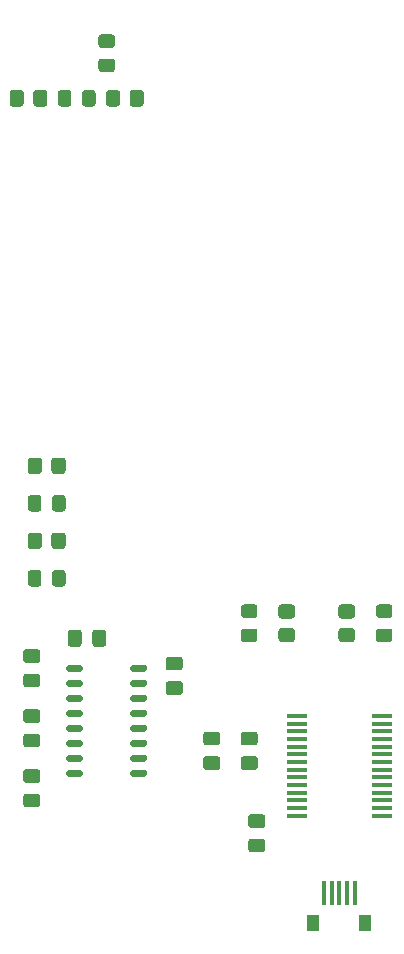
<source format=gbr>
%TF.GenerationSoftware,KiCad,Pcbnew,(5.1.9)-1*%
%TF.CreationDate,2021-10-10T12:25:19-04:00*%
%TF.ProjectId,REVERB Interface,52455645-5242-4204-996e-746572666163,rev?*%
%TF.SameCoordinates,Original*%
%TF.FileFunction,Paste,Top*%
%TF.FilePolarity,Positive*%
%FSLAX46Y46*%
G04 Gerber Fmt 4.6, Leading zero omitted, Abs format (unit mm)*
G04 Created by KiCad (PCBNEW (5.1.9)-1) date 2021-10-10 12:25:19*
%MOMM*%
%LPD*%
G01*
G04 APERTURE LIST*
%ADD10R,1.750000X0.450000*%
%ADD11R,1.100000X1.350000*%
%ADD12R,0.400000X2.000000*%
G04 APERTURE END LIST*
%TO.C,R6*%
G36*
G01*
X131680000Y-104959999D02*
X131680000Y-105860001D01*
G75*
G02*
X131430001Y-106110000I-249999J0D01*
G01*
X130729999Y-106110000D01*
G75*
G02*
X130480000Y-105860001I0J249999D01*
G01*
X130480000Y-104959999D01*
G75*
G02*
X130729999Y-104710000I249999J0D01*
G01*
X131430001Y-104710000D01*
G75*
G02*
X131680000Y-104959999I0J-249999D01*
G01*
G37*
G36*
G01*
X133680000Y-104959999D02*
X133680000Y-105860001D01*
G75*
G02*
X133430001Y-106110000I-249999J0D01*
G01*
X132729999Y-106110000D01*
G75*
G02*
X132480000Y-105860001I0J249999D01*
G01*
X132480000Y-104959999D01*
G75*
G02*
X132729999Y-104710000I249999J0D01*
G01*
X133430001Y-104710000D01*
G75*
G02*
X133680000Y-104959999I0J-249999D01*
G01*
G37*
%TD*%
%TO.C,R5*%
G36*
G01*
X131680000Y-111309999D02*
X131680000Y-112210001D01*
G75*
G02*
X131430001Y-112460000I-249999J0D01*
G01*
X130729999Y-112460000D01*
G75*
G02*
X130480000Y-112210001I0J249999D01*
G01*
X130480000Y-111309999D01*
G75*
G02*
X130729999Y-111060000I249999J0D01*
G01*
X131430001Y-111060000D01*
G75*
G02*
X131680000Y-111309999I0J-249999D01*
G01*
G37*
G36*
G01*
X133680000Y-111309999D02*
X133680000Y-112210001D01*
G75*
G02*
X133430001Y-112460000I-249999J0D01*
G01*
X132729999Y-112460000D01*
G75*
G02*
X132480000Y-112210001I0J249999D01*
G01*
X132480000Y-111309999D01*
G75*
G02*
X132729999Y-111060000I249999J0D01*
G01*
X133430001Y-111060000D01*
G75*
G02*
X133680000Y-111309999I0J-249999D01*
G01*
G37*
%TD*%
%TO.C,R4*%
G36*
G01*
X130940000Y-74745001D02*
X130940000Y-73844999D01*
G75*
G02*
X131189999Y-73595000I249999J0D01*
G01*
X131890001Y-73595000D01*
G75*
G02*
X132140000Y-73844999I0J-249999D01*
G01*
X132140000Y-74745001D01*
G75*
G02*
X131890001Y-74995000I-249999J0D01*
G01*
X131189999Y-74995000D01*
G75*
G02*
X130940000Y-74745001I0J249999D01*
G01*
G37*
G36*
G01*
X128940000Y-74745001D02*
X128940000Y-73844999D01*
G75*
G02*
X129189999Y-73595000I249999J0D01*
G01*
X129890001Y-73595000D01*
G75*
G02*
X130140000Y-73844999I0J-249999D01*
G01*
X130140000Y-74745001D01*
G75*
G02*
X129890001Y-74995000I-249999J0D01*
G01*
X129189999Y-74995000D01*
G75*
G02*
X128940000Y-74745001I0J249999D01*
G01*
G37*
%TD*%
%TO.C,R3*%
G36*
G01*
X138300000Y-73844999D02*
X138300000Y-74745001D01*
G75*
G02*
X138050001Y-74995000I-249999J0D01*
G01*
X137349999Y-74995000D01*
G75*
G02*
X137100000Y-74745001I0J249999D01*
G01*
X137100000Y-73844999D01*
G75*
G02*
X137349999Y-73595000I249999J0D01*
G01*
X138050001Y-73595000D01*
G75*
G02*
X138300000Y-73844999I0J-249999D01*
G01*
G37*
G36*
G01*
X140300000Y-73844999D02*
X140300000Y-74745001D01*
G75*
G02*
X140050001Y-74995000I-249999J0D01*
G01*
X139349999Y-74995000D01*
G75*
G02*
X139100000Y-74745001I0J249999D01*
G01*
X139100000Y-73844999D01*
G75*
G02*
X139349999Y-73595000I249999J0D01*
G01*
X140050001Y-73595000D01*
G75*
G02*
X140300000Y-73844999I0J-249999D01*
G01*
G37*
%TD*%
%TO.C,R2*%
G36*
G01*
X151949999Y-119145000D02*
X152850001Y-119145000D01*
G75*
G02*
X153100000Y-119394999I0J-249999D01*
G01*
X153100000Y-120095001D01*
G75*
G02*
X152850001Y-120345000I-249999J0D01*
G01*
X151949999Y-120345000D01*
G75*
G02*
X151700000Y-120095001I0J249999D01*
G01*
X151700000Y-119394999D01*
G75*
G02*
X151949999Y-119145000I249999J0D01*
G01*
G37*
G36*
G01*
X151949999Y-117145000D02*
X152850001Y-117145000D01*
G75*
G02*
X153100000Y-117394999I0J-249999D01*
G01*
X153100000Y-118095001D01*
G75*
G02*
X152850001Y-118345000I-249999J0D01*
G01*
X151949999Y-118345000D01*
G75*
G02*
X151700000Y-118095001I0J249999D01*
G01*
X151700000Y-117394999D01*
G75*
G02*
X151949999Y-117145000I249999J0D01*
G01*
G37*
%TD*%
%TO.C,R1*%
G36*
G01*
X157029999Y-119145000D02*
X157930001Y-119145000D01*
G75*
G02*
X158180000Y-119394999I0J-249999D01*
G01*
X158180000Y-120095001D01*
G75*
G02*
X157930001Y-120345000I-249999J0D01*
G01*
X157029999Y-120345000D01*
G75*
G02*
X156780000Y-120095001I0J249999D01*
G01*
X156780000Y-119394999D01*
G75*
G02*
X157029999Y-119145000I249999J0D01*
G01*
G37*
G36*
G01*
X157029999Y-117145000D02*
X157930001Y-117145000D01*
G75*
G02*
X158180000Y-117394999I0J-249999D01*
G01*
X158180000Y-118095001D01*
G75*
G02*
X157930001Y-118345000I-249999J0D01*
G01*
X157029999Y-118345000D01*
G75*
G02*
X156780000Y-118095001I0J249999D01*
G01*
X156780000Y-117394999D01*
G75*
G02*
X157029999Y-117145000I249999J0D01*
G01*
G37*
%TD*%
D10*
%TO.C,U3*%
X160445000Y-126585000D03*
X160445000Y-127235000D03*
X160445000Y-127885000D03*
X160445000Y-128535000D03*
X160445000Y-129185000D03*
X160445000Y-129835000D03*
X160445000Y-130485000D03*
X160445000Y-131135000D03*
X160445000Y-131785000D03*
X160445000Y-132435000D03*
X160445000Y-133085000D03*
X160445000Y-133735000D03*
X160445000Y-134385000D03*
X160445000Y-135035000D03*
X153245000Y-135035000D03*
X153245000Y-134385000D03*
X153245000Y-133735000D03*
X153245000Y-133085000D03*
X153245000Y-132435000D03*
X153245000Y-131785000D03*
X153245000Y-131135000D03*
X153245000Y-130485000D03*
X153245000Y-129835000D03*
X153245000Y-129185000D03*
X153245000Y-128535000D03*
X153245000Y-127885000D03*
X153245000Y-127235000D03*
X153245000Y-126585000D03*
%TD*%
D11*
%TO.C,J6*%
X159045000Y-144145000D03*
X154645000Y-144145000D03*
D12*
X155545000Y-141545000D03*
X156195000Y-141545000D03*
X156845000Y-141545000D03*
X157495000Y-141545000D03*
X158145000Y-141545000D03*
%TD*%
%TO.C,D6*%
G36*
G01*
X131630000Y-108134999D02*
X131630000Y-109035001D01*
G75*
G02*
X131380001Y-109285000I-249999J0D01*
G01*
X130729999Y-109285000D01*
G75*
G02*
X130480000Y-109035001I0J249999D01*
G01*
X130480000Y-108134999D01*
G75*
G02*
X130729999Y-107885000I249999J0D01*
G01*
X131380001Y-107885000D01*
G75*
G02*
X131630000Y-108134999I0J-249999D01*
G01*
G37*
G36*
G01*
X133680000Y-108134999D02*
X133680000Y-109035001D01*
G75*
G02*
X133430001Y-109285000I-249999J0D01*
G01*
X132779999Y-109285000D01*
G75*
G02*
X132530000Y-109035001I0J249999D01*
G01*
X132530000Y-108134999D01*
G75*
G02*
X132779999Y-107885000I249999J0D01*
G01*
X133430001Y-107885000D01*
G75*
G02*
X133680000Y-108134999I0J-249999D01*
G01*
G37*
%TD*%
%TO.C,D5*%
G36*
G01*
X131630000Y-114484999D02*
X131630000Y-115385001D01*
G75*
G02*
X131380001Y-115635000I-249999J0D01*
G01*
X130729999Y-115635000D01*
G75*
G02*
X130480000Y-115385001I0J249999D01*
G01*
X130480000Y-114484999D01*
G75*
G02*
X130729999Y-114235000I249999J0D01*
G01*
X131380001Y-114235000D01*
G75*
G02*
X131630000Y-114484999I0J-249999D01*
G01*
G37*
G36*
G01*
X133680000Y-114484999D02*
X133680000Y-115385001D01*
G75*
G02*
X133430001Y-115635000I-249999J0D01*
G01*
X132779999Y-115635000D01*
G75*
G02*
X132530000Y-115385001I0J249999D01*
G01*
X132530000Y-114484999D01*
G75*
G02*
X132779999Y-114235000I249999J0D01*
G01*
X133430001Y-114235000D01*
G75*
G02*
X133680000Y-114484999I0J-249999D01*
G01*
G37*
%TD*%
%TO.C,D4*%
G36*
G01*
X134170000Y-73844999D02*
X134170000Y-74745001D01*
G75*
G02*
X133920001Y-74995000I-249999J0D01*
G01*
X133269999Y-74995000D01*
G75*
G02*
X133020000Y-74745001I0J249999D01*
G01*
X133020000Y-73844999D01*
G75*
G02*
X133269999Y-73595000I249999J0D01*
G01*
X133920001Y-73595000D01*
G75*
G02*
X134170000Y-73844999I0J-249999D01*
G01*
G37*
G36*
G01*
X136220000Y-73844999D02*
X136220000Y-74745001D01*
G75*
G02*
X135970001Y-74995000I-249999J0D01*
G01*
X135319999Y-74995000D01*
G75*
G02*
X135070000Y-74745001I0J249999D01*
G01*
X135070000Y-73844999D01*
G75*
G02*
X135319999Y-73595000I249999J0D01*
G01*
X135970001Y-73595000D01*
G75*
G02*
X136220000Y-73844999I0J-249999D01*
G01*
G37*
%TD*%
%TO.C,D3*%
G36*
G01*
X136709999Y-70935000D02*
X137610001Y-70935000D01*
G75*
G02*
X137860000Y-71184999I0J-249999D01*
G01*
X137860000Y-71835001D01*
G75*
G02*
X137610001Y-72085000I-249999J0D01*
G01*
X136709999Y-72085000D01*
G75*
G02*
X136460000Y-71835001I0J249999D01*
G01*
X136460000Y-71184999D01*
G75*
G02*
X136709999Y-70935000I249999J0D01*
G01*
G37*
G36*
G01*
X136709999Y-68885000D02*
X137610001Y-68885000D01*
G75*
G02*
X137860000Y-69134999I0J-249999D01*
G01*
X137860000Y-69785001D01*
G75*
G02*
X137610001Y-70035000I-249999J0D01*
G01*
X136709999Y-70035000D01*
G75*
G02*
X136460000Y-69785001I0J249999D01*
G01*
X136460000Y-69134999D01*
G75*
G02*
X136709999Y-68885000I249999J0D01*
G01*
G37*
%TD*%
%TO.C,D2*%
G36*
G01*
X148774999Y-119195000D02*
X149675001Y-119195000D01*
G75*
G02*
X149925000Y-119444999I0J-249999D01*
G01*
X149925000Y-120095001D01*
G75*
G02*
X149675001Y-120345000I-249999J0D01*
G01*
X148774999Y-120345000D01*
G75*
G02*
X148525000Y-120095001I0J249999D01*
G01*
X148525000Y-119444999D01*
G75*
G02*
X148774999Y-119195000I249999J0D01*
G01*
G37*
G36*
G01*
X148774999Y-117145000D02*
X149675001Y-117145000D01*
G75*
G02*
X149925000Y-117394999I0J-249999D01*
G01*
X149925000Y-118045001D01*
G75*
G02*
X149675001Y-118295000I-249999J0D01*
G01*
X148774999Y-118295000D01*
G75*
G02*
X148525000Y-118045001I0J249999D01*
G01*
X148525000Y-117394999D01*
G75*
G02*
X148774999Y-117145000I249999J0D01*
G01*
G37*
%TD*%
%TO.C,D1*%
G36*
G01*
X160204999Y-119195000D02*
X161105001Y-119195000D01*
G75*
G02*
X161355000Y-119444999I0J-249999D01*
G01*
X161355000Y-120095001D01*
G75*
G02*
X161105001Y-120345000I-249999J0D01*
G01*
X160204999Y-120345000D01*
G75*
G02*
X159955000Y-120095001I0J249999D01*
G01*
X159955000Y-119444999D01*
G75*
G02*
X160204999Y-119195000I249999J0D01*
G01*
G37*
G36*
G01*
X160204999Y-117145000D02*
X161105001Y-117145000D01*
G75*
G02*
X161355000Y-117394999I0J-249999D01*
G01*
X161355000Y-118045001D01*
G75*
G02*
X161105001Y-118295000I-249999J0D01*
G01*
X160204999Y-118295000D01*
G75*
G02*
X159955000Y-118045001I0J249999D01*
G01*
X159955000Y-117394999D01*
G75*
G02*
X160204999Y-117145000I249999J0D01*
G01*
G37*
%TD*%
%TO.C,C8*%
G36*
G01*
X149385000Y-136975000D02*
X150335000Y-136975000D01*
G75*
G02*
X150585000Y-137225000I0J-250000D01*
G01*
X150585000Y-137900000D01*
G75*
G02*
X150335000Y-138150000I-250000J0D01*
G01*
X149385000Y-138150000D01*
G75*
G02*
X149135000Y-137900000I0J250000D01*
G01*
X149135000Y-137225000D01*
G75*
G02*
X149385000Y-136975000I250000J0D01*
G01*
G37*
G36*
G01*
X149385000Y-134900000D02*
X150335000Y-134900000D01*
G75*
G02*
X150585000Y-135150000I0J-250000D01*
G01*
X150585000Y-135825000D01*
G75*
G02*
X150335000Y-136075000I-250000J0D01*
G01*
X149385000Y-136075000D01*
G75*
G02*
X149135000Y-135825000I0J250000D01*
G01*
X149135000Y-135150000D01*
G75*
G02*
X149385000Y-134900000I250000J0D01*
G01*
G37*
%TD*%
%TO.C,C7*%
G36*
G01*
X145575000Y-129990000D02*
X146525000Y-129990000D01*
G75*
G02*
X146775000Y-130240000I0J-250000D01*
G01*
X146775000Y-130915000D01*
G75*
G02*
X146525000Y-131165000I-250000J0D01*
G01*
X145575000Y-131165000D01*
G75*
G02*
X145325000Y-130915000I0J250000D01*
G01*
X145325000Y-130240000D01*
G75*
G02*
X145575000Y-129990000I250000J0D01*
G01*
G37*
G36*
G01*
X145575000Y-127915000D02*
X146525000Y-127915000D01*
G75*
G02*
X146775000Y-128165000I0J-250000D01*
G01*
X146775000Y-128840000D01*
G75*
G02*
X146525000Y-129090000I-250000J0D01*
G01*
X145575000Y-129090000D01*
G75*
G02*
X145325000Y-128840000I0J250000D01*
G01*
X145325000Y-128165000D01*
G75*
G02*
X145575000Y-127915000I250000J0D01*
G01*
G37*
%TD*%
%TO.C,C6*%
G36*
G01*
X148750000Y-129990000D02*
X149700000Y-129990000D01*
G75*
G02*
X149950000Y-130240000I0J-250000D01*
G01*
X149950000Y-130915000D01*
G75*
G02*
X149700000Y-131165000I-250000J0D01*
G01*
X148750000Y-131165000D01*
G75*
G02*
X148500000Y-130915000I0J250000D01*
G01*
X148500000Y-130240000D01*
G75*
G02*
X148750000Y-129990000I250000J0D01*
G01*
G37*
G36*
G01*
X148750000Y-127915000D02*
X149700000Y-127915000D01*
G75*
G02*
X149950000Y-128165000I0J-250000D01*
G01*
X149950000Y-128840000D01*
G75*
G02*
X149700000Y-129090000I-250000J0D01*
G01*
X148750000Y-129090000D01*
G75*
G02*
X148500000Y-128840000I0J250000D01*
G01*
X148500000Y-128165000D01*
G75*
G02*
X148750000Y-127915000I250000J0D01*
G01*
G37*
%TD*%
%TO.C,U2*%
G36*
G01*
X133913996Y-122255001D02*
X134956002Y-122255001D01*
G75*
G02*
X135159999Y-122458998I0J-203997D01*
G01*
X135159999Y-122651002D01*
G75*
G02*
X134956002Y-122854999I-203997J0D01*
G01*
X133913996Y-122854999D01*
G75*
G02*
X133709999Y-122651002I0J203997D01*
G01*
X133709999Y-122458998D01*
G75*
G02*
X133913996Y-122255001I203997J0D01*
G01*
G37*
G36*
G01*
X133913996Y-123525001D02*
X134956002Y-123525001D01*
G75*
G02*
X135159999Y-123728998I0J-203997D01*
G01*
X135159999Y-123921002D01*
G75*
G02*
X134956002Y-124124999I-203997J0D01*
G01*
X133913996Y-124124999D01*
G75*
G02*
X133709999Y-123921002I0J203997D01*
G01*
X133709999Y-123728998D01*
G75*
G02*
X133913996Y-123525001I203997J0D01*
G01*
G37*
G36*
G01*
X133913996Y-124795001D02*
X134956002Y-124795001D01*
G75*
G02*
X135159999Y-124998998I0J-203997D01*
G01*
X135159999Y-125191002D01*
G75*
G02*
X134956002Y-125394999I-203997J0D01*
G01*
X133913996Y-125394999D01*
G75*
G02*
X133709999Y-125191002I0J203997D01*
G01*
X133709999Y-124998998D01*
G75*
G02*
X133913996Y-124795001I203997J0D01*
G01*
G37*
G36*
G01*
X133913996Y-126065001D02*
X134956002Y-126065001D01*
G75*
G02*
X135159999Y-126268998I0J-203997D01*
G01*
X135159999Y-126461002D01*
G75*
G02*
X134956002Y-126664999I-203997J0D01*
G01*
X133913996Y-126664999D01*
G75*
G02*
X133709999Y-126461002I0J203997D01*
G01*
X133709999Y-126268998D01*
G75*
G02*
X133913996Y-126065001I203997J0D01*
G01*
G37*
G36*
G01*
X133913996Y-127335001D02*
X134956002Y-127335001D01*
G75*
G02*
X135159999Y-127538998I0J-203997D01*
G01*
X135159999Y-127731002D01*
G75*
G02*
X134956002Y-127934999I-203997J0D01*
G01*
X133913996Y-127934999D01*
G75*
G02*
X133709999Y-127731002I0J203997D01*
G01*
X133709999Y-127538998D01*
G75*
G02*
X133913996Y-127335001I203997J0D01*
G01*
G37*
G36*
G01*
X133913996Y-128605001D02*
X134956002Y-128605001D01*
G75*
G02*
X135159999Y-128808998I0J-203997D01*
G01*
X135159999Y-129001002D01*
G75*
G02*
X134956002Y-129204999I-203997J0D01*
G01*
X133913996Y-129204999D01*
G75*
G02*
X133709999Y-129001002I0J203997D01*
G01*
X133709999Y-128808998D01*
G75*
G02*
X133913996Y-128605001I203997J0D01*
G01*
G37*
G36*
G01*
X133913996Y-129875001D02*
X134956002Y-129875001D01*
G75*
G02*
X135159999Y-130078998I0J-203997D01*
G01*
X135159999Y-130271002D01*
G75*
G02*
X134956002Y-130474999I-203997J0D01*
G01*
X133913996Y-130474999D01*
G75*
G02*
X133709999Y-130271002I0J203997D01*
G01*
X133709999Y-130078998D01*
G75*
G02*
X133913996Y-129875001I203997J0D01*
G01*
G37*
G36*
G01*
X133913996Y-131145001D02*
X134956002Y-131145001D01*
G75*
G02*
X135159999Y-131348998I0J-203997D01*
G01*
X135159999Y-131541002D01*
G75*
G02*
X134956002Y-131744999I-203997J0D01*
G01*
X133913996Y-131744999D01*
G75*
G02*
X133709999Y-131541002I0J203997D01*
G01*
X133709999Y-131348998D01*
G75*
G02*
X133913996Y-131145001I203997J0D01*
G01*
G37*
G36*
G01*
X139363995Y-122255001D02*
X140406001Y-122255001D01*
G75*
G02*
X140609998Y-122458998I0J-203997D01*
G01*
X140609998Y-122651002D01*
G75*
G02*
X140406001Y-122854999I-203997J0D01*
G01*
X139363995Y-122854999D01*
G75*
G02*
X139159998Y-122651002I0J203997D01*
G01*
X139159998Y-122458998D01*
G75*
G02*
X139363995Y-122255001I203997J0D01*
G01*
G37*
G36*
G01*
X139363995Y-123525001D02*
X140406001Y-123525001D01*
G75*
G02*
X140609998Y-123728998I0J-203997D01*
G01*
X140609998Y-123921002D01*
G75*
G02*
X140406001Y-124124999I-203997J0D01*
G01*
X139363995Y-124124999D01*
G75*
G02*
X139159998Y-123921002I0J203997D01*
G01*
X139159998Y-123728998D01*
G75*
G02*
X139363995Y-123525001I203997J0D01*
G01*
G37*
G36*
G01*
X139363995Y-124795001D02*
X140406001Y-124795001D01*
G75*
G02*
X140609998Y-124998998I0J-203997D01*
G01*
X140609998Y-125191002D01*
G75*
G02*
X140406001Y-125394999I-203997J0D01*
G01*
X139363995Y-125394999D01*
G75*
G02*
X139159998Y-125191002I0J203997D01*
G01*
X139159998Y-124998998D01*
G75*
G02*
X139363995Y-124795001I203997J0D01*
G01*
G37*
G36*
G01*
X139363995Y-126065001D02*
X140406001Y-126065001D01*
G75*
G02*
X140609998Y-126268998I0J-203997D01*
G01*
X140609998Y-126461002D01*
G75*
G02*
X140406001Y-126664999I-203997J0D01*
G01*
X139363995Y-126664999D01*
G75*
G02*
X139159998Y-126461002I0J203997D01*
G01*
X139159998Y-126268998D01*
G75*
G02*
X139363995Y-126065001I203997J0D01*
G01*
G37*
G36*
G01*
X139363995Y-127335001D02*
X140406001Y-127335001D01*
G75*
G02*
X140609998Y-127538998I0J-203997D01*
G01*
X140609998Y-127731002D01*
G75*
G02*
X140406001Y-127934999I-203997J0D01*
G01*
X139363995Y-127934999D01*
G75*
G02*
X139159998Y-127731002I0J203997D01*
G01*
X139159998Y-127538998D01*
G75*
G02*
X139363995Y-127335001I203997J0D01*
G01*
G37*
G36*
G01*
X139363995Y-128605001D02*
X140406001Y-128605001D01*
G75*
G02*
X140609998Y-128808998I0J-203997D01*
G01*
X140609998Y-129001002D01*
G75*
G02*
X140406001Y-129204999I-203997J0D01*
G01*
X139363995Y-129204999D01*
G75*
G02*
X139159998Y-129001002I0J203997D01*
G01*
X139159998Y-128808998D01*
G75*
G02*
X139363995Y-128605001I203997J0D01*
G01*
G37*
G36*
G01*
X139363995Y-129875001D02*
X140406001Y-129875001D01*
G75*
G02*
X140609998Y-130078998I0J-203997D01*
G01*
X140609998Y-130271002D01*
G75*
G02*
X140406001Y-130474999I-203997J0D01*
G01*
X139363995Y-130474999D01*
G75*
G02*
X139159998Y-130271002I0J203997D01*
G01*
X139159998Y-130078998D01*
G75*
G02*
X139363995Y-129875001I203997J0D01*
G01*
G37*
G36*
G01*
X139363995Y-131145001D02*
X140406001Y-131145001D01*
G75*
G02*
X140609998Y-131348998I0J-203997D01*
G01*
X140609998Y-131541002D01*
G75*
G02*
X140406001Y-131744999I-203997J0D01*
G01*
X139363995Y-131744999D01*
G75*
G02*
X139159998Y-131541002I0J203997D01*
G01*
X139159998Y-131348998D01*
G75*
G02*
X139363995Y-131145001I203997J0D01*
G01*
G37*
%TD*%
%TO.C,C5*%
G36*
G01*
X142400000Y-123640000D02*
X143350000Y-123640000D01*
G75*
G02*
X143600000Y-123890000I0J-250000D01*
G01*
X143600000Y-124565000D01*
G75*
G02*
X143350000Y-124815000I-250000J0D01*
G01*
X142400000Y-124815000D01*
G75*
G02*
X142150000Y-124565000I0J250000D01*
G01*
X142150000Y-123890000D01*
G75*
G02*
X142400000Y-123640000I250000J0D01*
G01*
G37*
G36*
G01*
X142400000Y-121565000D02*
X143350000Y-121565000D01*
G75*
G02*
X143600000Y-121815000I0J-250000D01*
G01*
X143600000Y-122490000D01*
G75*
G02*
X143350000Y-122740000I-250000J0D01*
G01*
X142400000Y-122740000D01*
G75*
G02*
X142150000Y-122490000I0J250000D01*
G01*
X142150000Y-121815000D01*
G75*
G02*
X142400000Y-121565000I250000J0D01*
G01*
G37*
%TD*%
%TO.C,C4*%
G36*
G01*
X131285000Y-132265000D02*
X130335000Y-132265000D01*
G75*
G02*
X130085000Y-132015000I0J250000D01*
G01*
X130085000Y-131340000D01*
G75*
G02*
X130335000Y-131090000I250000J0D01*
G01*
X131285000Y-131090000D01*
G75*
G02*
X131535000Y-131340000I0J-250000D01*
G01*
X131535000Y-132015000D01*
G75*
G02*
X131285000Y-132265000I-250000J0D01*
G01*
G37*
G36*
G01*
X131285000Y-134340000D02*
X130335000Y-134340000D01*
G75*
G02*
X130085000Y-134090000I0J250000D01*
G01*
X130085000Y-133415000D01*
G75*
G02*
X130335000Y-133165000I250000J0D01*
G01*
X131285000Y-133165000D01*
G75*
G02*
X131535000Y-133415000I0J-250000D01*
G01*
X131535000Y-134090000D01*
G75*
G02*
X131285000Y-134340000I-250000J0D01*
G01*
G37*
%TD*%
%TO.C,C3*%
G36*
G01*
X135937500Y-120490000D02*
X135937500Y-119540000D01*
G75*
G02*
X136187500Y-119290000I250000J0D01*
G01*
X136862500Y-119290000D01*
G75*
G02*
X137112500Y-119540000I0J-250000D01*
G01*
X137112500Y-120490000D01*
G75*
G02*
X136862500Y-120740000I-250000J0D01*
G01*
X136187500Y-120740000D01*
G75*
G02*
X135937500Y-120490000I0J250000D01*
G01*
G37*
G36*
G01*
X133862500Y-120490000D02*
X133862500Y-119540000D01*
G75*
G02*
X134112500Y-119290000I250000J0D01*
G01*
X134787500Y-119290000D01*
G75*
G02*
X135037500Y-119540000I0J-250000D01*
G01*
X135037500Y-120490000D01*
G75*
G02*
X134787500Y-120740000I-250000J0D01*
G01*
X134112500Y-120740000D01*
G75*
G02*
X133862500Y-120490000I0J250000D01*
G01*
G37*
%TD*%
%TO.C,C2*%
G36*
G01*
X130335000Y-128085000D02*
X131285000Y-128085000D01*
G75*
G02*
X131535000Y-128335000I0J-250000D01*
G01*
X131535000Y-129010000D01*
G75*
G02*
X131285000Y-129260000I-250000J0D01*
G01*
X130335000Y-129260000D01*
G75*
G02*
X130085000Y-129010000I0J250000D01*
G01*
X130085000Y-128335000D01*
G75*
G02*
X130335000Y-128085000I250000J0D01*
G01*
G37*
G36*
G01*
X130335000Y-126010000D02*
X131285000Y-126010000D01*
G75*
G02*
X131535000Y-126260000I0J-250000D01*
G01*
X131535000Y-126935000D01*
G75*
G02*
X131285000Y-127185000I-250000J0D01*
G01*
X130335000Y-127185000D01*
G75*
G02*
X130085000Y-126935000I0J250000D01*
G01*
X130085000Y-126260000D01*
G75*
G02*
X130335000Y-126010000I250000J0D01*
G01*
G37*
%TD*%
%TO.C,C1*%
G36*
G01*
X131285000Y-122105000D02*
X130335000Y-122105000D01*
G75*
G02*
X130085000Y-121855000I0J250000D01*
G01*
X130085000Y-121180000D01*
G75*
G02*
X130335000Y-120930000I250000J0D01*
G01*
X131285000Y-120930000D01*
G75*
G02*
X131535000Y-121180000I0J-250000D01*
G01*
X131535000Y-121855000D01*
G75*
G02*
X131285000Y-122105000I-250000J0D01*
G01*
G37*
G36*
G01*
X131285000Y-124180000D02*
X130335000Y-124180000D01*
G75*
G02*
X130085000Y-123930000I0J250000D01*
G01*
X130085000Y-123255000D01*
G75*
G02*
X130335000Y-123005000I250000J0D01*
G01*
X131285000Y-123005000D01*
G75*
G02*
X131535000Y-123255000I0J-250000D01*
G01*
X131535000Y-123930000D01*
G75*
G02*
X131285000Y-124180000I-250000J0D01*
G01*
G37*
%TD*%
M02*

</source>
